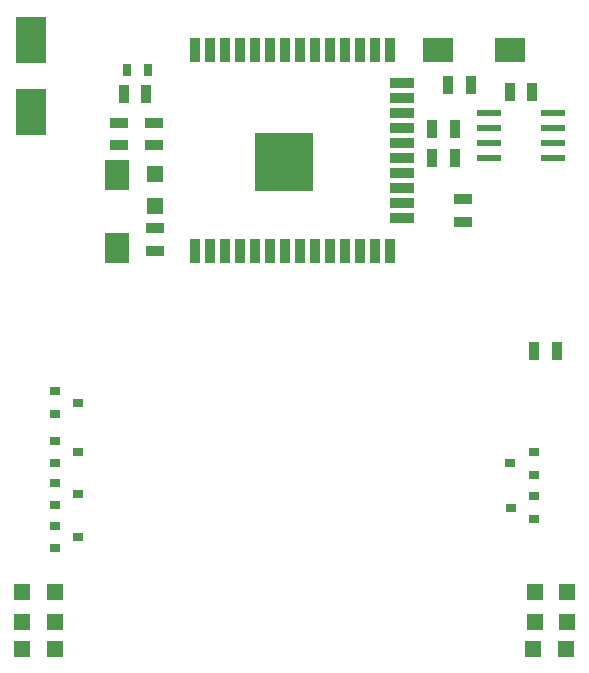
<source format=gbr>
G04 #@! TF.GenerationSoftware,KiCad,Pcbnew,(5.99.0-1678-g980aefea4-dirty)*
G04 #@! TF.CreationDate,2020-06-13T12:10:46+02:00*
G04 #@! TF.ProjectId,monitor_ESP32,6d6f6e69-746f-4725-9f45-535033322e6b,rev?*
G04 #@! TF.SameCoordinates,Original*
G04 #@! TF.FileFunction,Paste,Top*
G04 #@! TF.FilePolarity,Positive*
%FSLAX46Y46*%
G04 Gerber Fmt 4.6, Leading zero omitted, Abs format (unit mm)*
G04 Created by KiCad (PCBNEW (5.99.0-1678-g980aefea4-dirty)) date 2020-06-13 12:10:46*
%MOMM*%
%LPD*%
G01*
G04 APERTURE LIST*
%ADD10R,2.500000X2.000000*%
%ADD11R,2.000000X2.500000*%
%ADD12R,2.000000X0.600000*%
%ADD13R,0.970000X1.500000*%
%ADD14R,2.500000X4.000000*%
%ADD15R,1.500000X0.970000*%
%ADD16R,0.670000X1.000000*%
%ADD17R,0.900000X0.800000*%
%ADD18R,1.360000X1.400000*%
%ADD19R,1.400000X1.360000*%
%ADD20R,0.900000X2.000000*%
%ADD21R,2.000000X0.900000*%
%ADD22R,5.000000X5.000000*%
G04 APERTURE END LIST*
D10*
X176940000Y-73775000D03*
X183100000Y-73775000D03*
D11*
X149825000Y-90530000D03*
X149825000Y-84370000D03*
D12*
X186725000Y-79120000D03*
X186725000Y-80390000D03*
X186725000Y-81660000D03*
X186725000Y-82930000D03*
X181275000Y-82930000D03*
X181275000Y-81660000D03*
X181275000Y-80390000D03*
X181275000Y-79120000D03*
D13*
X185140000Y-99275000D03*
X187050000Y-99275000D03*
D14*
X142494000Y-72896000D03*
X142494000Y-78996000D03*
D13*
X150368000Y-77470000D03*
X152278000Y-77470000D03*
D15*
X179070000Y-86421000D03*
X179070000Y-88331000D03*
D13*
X176475000Y-80475000D03*
X178385000Y-80475000D03*
X176495000Y-82900000D03*
X178405000Y-82900000D03*
D15*
X149975000Y-81825000D03*
X149975000Y-79915000D03*
D16*
X152400000Y-75438000D03*
X150650000Y-75438000D03*
D17*
X144542000Y-102682000D03*
X144542000Y-104582000D03*
X146542000Y-103632000D03*
X144542000Y-110418000D03*
X144542000Y-112318000D03*
X146542000Y-111368000D03*
X144542000Y-106848000D03*
X144542000Y-108748000D03*
X146542000Y-107798000D03*
X185094000Y-109728000D03*
X185094000Y-107828000D03*
X183094000Y-108778000D03*
X185150000Y-113472000D03*
X185150000Y-111572000D03*
X183150000Y-112522000D03*
X144542000Y-114038000D03*
X144542000Y-115938000D03*
X146542000Y-114988000D03*
D13*
X183065000Y-77325000D03*
X184975000Y-77325000D03*
X177861000Y-76708000D03*
X179771000Y-76708000D03*
D15*
X152900000Y-79920000D03*
X152900000Y-81830000D03*
D18*
X144526000Y-119634000D03*
X141766000Y-119634000D03*
X141766000Y-124460000D03*
X144526000Y-124460000D03*
X141766000Y-122174000D03*
X144526000Y-122174000D03*
X187816000Y-124460000D03*
X185056000Y-124460000D03*
X187926000Y-122174000D03*
X185166000Y-122174000D03*
X187930000Y-119625000D03*
X185170000Y-119625000D03*
D15*
X153025000Y-88845000D03*
X153025000Y-90755000D03*
D19*
X153000000Y-84250000D03*
X153000000Y-87010000D03*
D20*
X156429000Y-73778000D03*
X157699000Y-73778000D03*
X158969000Y-73778000D03*
X160239000Y-73778000D03*
X161509000Y-73778000D03*
X162779000Y-73778000D03*
X164049000Y-73778000D03*
X165319000Y-73778000D03*
X166589000Y-73778000D03*
X167859000Y-73778000D03*
X169129000Y-73778000D03*
X170399000Y-73778000D03*
X171669000Y-73778000D03*
X172939000Y-73778000D03*
D21*
X173939000Y-76563000D03*
X173939000Y-77833000D03*
X173939000Y-79103000D03*
X173939000Y-80373000D03*
X173939000Y-81643000D03*
X173939000Y-82913000D03*
X173939000Y-84183000D03*
X173939000Y-85453000D03*
X173939000Y-86723000D03*
X173939000Y-87993000D03*
D20*
X172939000Y-90778000D03*
X171669000Y-90778000D03*
X170399000Y-90778000D03*
X169129000Y-90778000D03*
X167859000Y-90778000D03*
X166589000Y-90778000D03*
X165319000Y-90778000D03*
X164049000Y-90778000D03*
X162779000Y-90778000D03*
X161509000Y-90778000D03*
X160239000Y-90778000D03*
X158969000Y-90778000D03*
X157699000Y-90778000D03*
X156429000Y-90778000D03*
D22*
X163929000Y-83278000D03*
M02*

</source>
